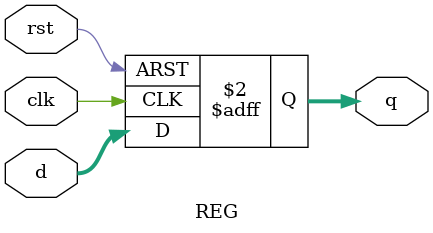
<source format=v>
`timescale 1ns / 1ps


module REG(d, clk, rst, q);
    parameter DATAWIDTH = 0;
    input [DATAWIDTH-1:0] d;
    input clk, rst;
    output reg [DATAWIDTH-1:0] q;
    
    always @(posedge clk or posedge rst) begin
        if(rst)
            q = 0;
        else 
            q = d;
    end
endmodule

</source>
